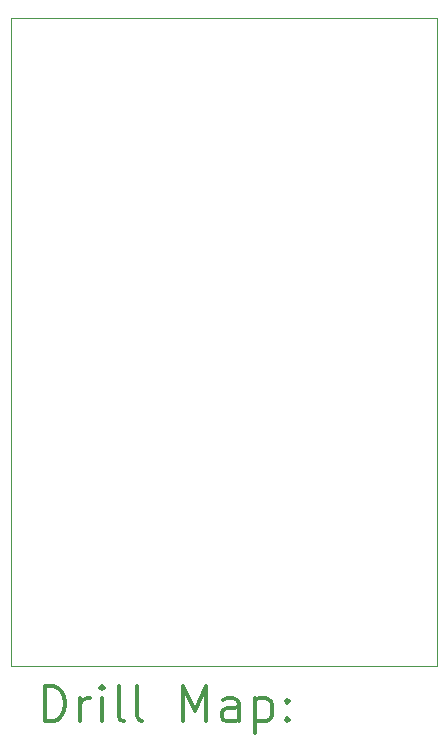
<source format=gbr>
%FSLAX45Y45*%
G04 Gerber Fmt 4.5, Leading zero omitted, Abs format (unit mm)*
G04 Created by KiCad (PCBNEW (5.1.6)-1) date 2022-02-09 07:42:02*
%MOMM*%
%LPD*%
G01*
G04 APERTURE LIST*
%TA.AperFunction,Profile*%
%ADD10C,0.050000*%
%TD*%
%ADD11C,0.200000*%
%ADD12C,0.300000*%
G04 APERTURE END LIST*
D10*
X10617200Y-12344400D02*
X10617200Y-6858000D01*
X14224000Y-12344400D02*
X10617200Y-12344400D01*
X14224000Y-6858000D02*
X14224000Y-12344400D01*
X10617200Y-6858000D02*
X14224000Y-6858000D01*
D11*
D12*
X10901128Y-12812614D02*
X10901128Y-12512614D01*
X10972557Y-12512614D01*
X11015414Y-12526900D01*
X11043986Y-12555471D01*
X11058271Y-12584043D01*
X11072557Y-12641186D01*
X11072557Y-12684043D01*
X11058271Y-12741186D01*
X11043986Y-12769757D01*
X11015414Y-12798329D01*
X10972557Y-12812614D01*
X10901128Y-12812614D01*
X11201128Y-12812614D02*
X11201128Y-12612614D01*
X11201128Y-12669757D02*
X11215414Y-12641186D01*
X11229700Y-12626900D01*
X11258271Y-12612614D01*
X11286843Y-12612614D01*
X11386843Y-12812614D02*
X11386843Y-12612614D01*
X11386843Y-12512614D02*
X11372557Y-12526900D01*
X11386843Y-12541186D01*
X11401128Y-12526900D01*
X11386843Y-12512614D01*
X11386843Y-12541186D01*
X11572557Y-12812614D02*
X11543986Y-12798329D01*
X11529700Y-12769757D01*
X11529700Y-12512614D01*
X11729700Y-12812614D02*
X11701128Y-12798329D01*
X11686843Y-12769757D01*
X11686843Y-12512614D01*
X12072557Y-12812614D02*
X12072557Y-12512614D01*
X12172557Y-12726900D01*
X12272557Y-12512614D01*
X12272557Y-12812614D01*
X12543986Y-12812614D02*
X12543986Y-12655471D01*
X12529700Y-12626900D01*
X12501128Y-12612614D01*
X12443986Y-12612614D01*
X12415414Y-12626900D01*
X12543986Y-12798329D02*
X12515414Y-12812614D01*
X12443986Y-12812614D01*
X12415414Y-12798329D01*
X12401128Y-12769757D01*
X12401128Y-12741186D01*
X12415414Y-12712614D01*
X12443986Y-12698329D01*
X12515414Y-12698329D01*
X12543986Y-12684043D01*
X12686843Y-12612614D02*
X12686843Y-12912614D01*
X12686843Y-12626900D02*
X12715414Y-12612614D01*
X12772557Y-12612614D01*
X12801128Y-12626900D01*
X12815414Y-12641186D01*
X12829700Y-12669757D01*
X12829700Y-12755471D01*
X12815414Y-12784043D01*
X12801128Y-12798329D01*
X12772557Y-12812614D01*
X12715414Y-12812614D01*
X12686843Y-12798329D01*
X12958271Y-12784043D02*
X12972557Y-12798329D01*
X12958271Y-12812614D01*
X12943986Y-12798329D01*
X12958271Y-12784043D01*
X12958271Y-12812614D01*
X12958271Y-12626900D02*
X12972557Y-12641186D01*
X12958271Y-12655471D01*
X12943986Y-12641186D01*
X12958271Y-12626900D01*
X12958271Y-12655471D01*
M02*

</source>
